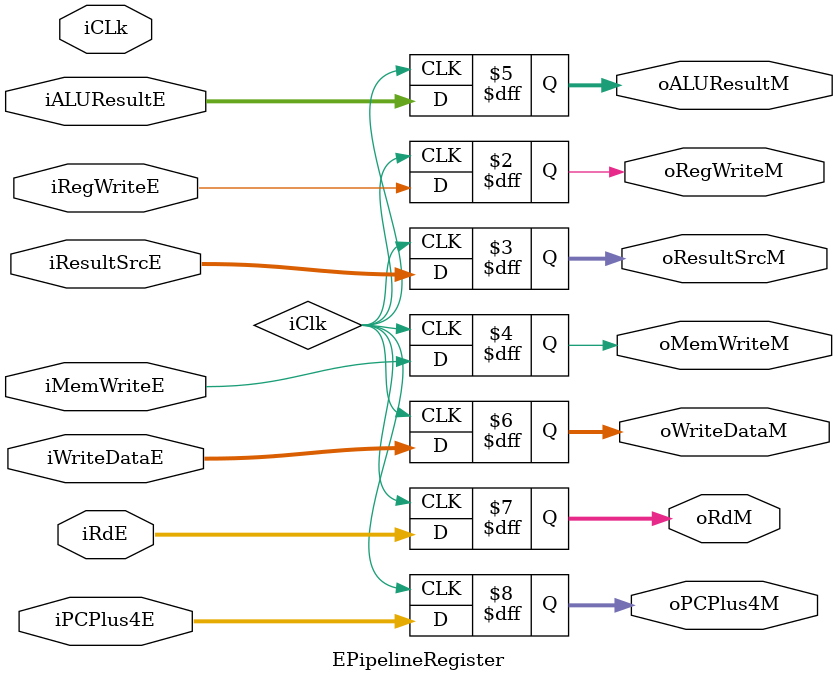
<source format=sv>
module EPipelineRegister (
    input  logic        iCLk,
    input  logic        iRegWriteE,
    input  logic [1:0]  iResultSrcE,
    input  logic        iMemWriteE,
    input  logic [31:0] iALUResultE,
    input  logic [31:0] iWriteDataE,
    input  logic [4:0]  iRdE,
    input  logic [31:0] iPCPlus4E,

    output  logic        oRegWriteM,
    output  logic [1:0]  oResultSrcM,
    output  logic        oMemWriteM,
    output  logic [31:0] oALUResultM,
    output  logic [31:0] oWriteDataM,
    output  logic [4:0]  oRdM,
    output  logic [31:0] oPCPlus4M,
);
  
    always_ff @ (posedge iClk) begin 
        oRegWriteM <= iRegWriteE;
        oResultSrcM <= iResultSrcE;
        oMemWriteM <= iMemWriteE;
        oALUResultM <= iALUResultE;
        oWriteDataM <= iWriteDataE;
        oRdM <= iRdE;
        oPCPlus4M <= iPCPlus4E;
    end
    
endmodule

</source>
